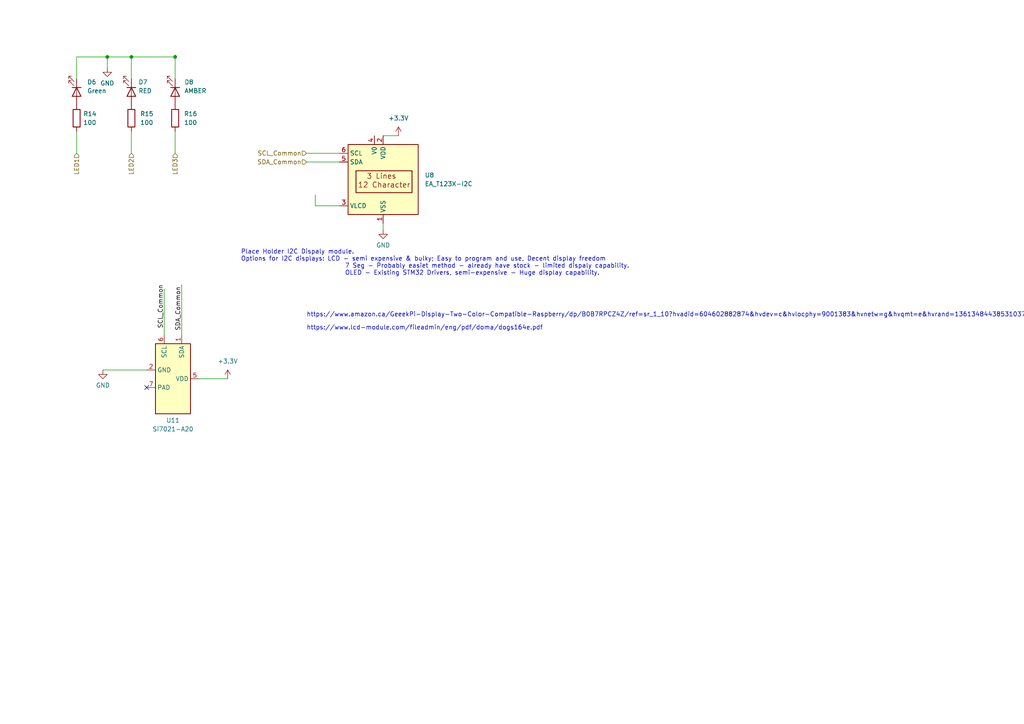
<source format=kicad_sch>
(kicad_sch (version 20230121) (generator eeschema)
  (paper "A4")
  (lib_symbols
    (symbol "Device:LED" (pin_numbers hide) (pin_names (offset 1.016) hide)
      (property "Reference" "D" (at 0 2.54 0))
      (property "Value" "LED" (at 0 -2.54 0))
      (symbol "LED_0_1"
        (polyline (pts (xy -1.27 -1.27) (xy -1.27 1.27)) (stroke (width 0.254)))
        (polyline (pts (xy -1.27 0) (xy 1.27 0)))
        (polyline (pts (xy 1.27 -1.27) (xy 1.27 1.27) (xy -1.27 0) (xy 1.27 -1.27)) (stroke (width 0.254)))
        (polyline (pts (xy -3.048 -0.762) (xy -4.572 -2.286) (xy -3.81 -2.286) (xy -4.572 -2.286) (xy -4.572 -1.524)))
        (polyline (pts (xy -1.778 -0.762) (xy -3.302 -2.286) (xy -2.54 -2.286) (xy -3.302 -2.286) (xy -3.302 -1.524)))
      )
      (symbol "LED_1_1"
        (pin passive line (at -3.81 0 0) (length 2.54) (name "K") (number "1"))
        (pin passive line (at 3.81 0 180) (length 2.54) (name "A") (number "2"))
      )
    )
    (symbol "Device:R" (pin_numbers hide) (pin_names (offset 0))
      (property "Reference" "R" (at 2.032 0 90))
      (property "Value" "R" (at 0 0 90))
      (symbol "R_0_1"
        (rectangle (start -1.016 -2.54) (end 1.016 2.54) (stroke (width 0.254)))
      )
      (symbol "R_1_1"
        (pin passive line (at 0 3.81 270) (length 1.27) (name "~") (number "1"))
        (pin passive line (at 0 -3.81 90) (length 1.27) (name "~") (number "2"))
      )
    )
    (symbol "Display_Character:EA_T123X-I2C"
      (property "Reference" "U" (at -8.89 11.43 0))
      (property "Value" "EA_T123X-I2C" (at 3.556 11.684 0))
      (symbol "EA_T123X-I2C_0_0"
        (rectangle (start -7.874 2.54) (end 8.382 -3.81) (stroke (width 0.254)))
        (text "12 Character" (at -7.366 -1.524 0) (effects (font (size 1.524 1.524)) (justify left)))
        (text "3 Lines" (at -4.826 1.016 0) (effects (font (size 1.524 1.524)) (justify left)))
      )
      (symbol "EA_T123X-I2C_0_1"
        (rectangle (start -10.16 10.16) (end 10.16 -10.16) (stroke (width 0.254)) (fill (type background)))
      )
      (symbol "EA_T123X-I2C_1_1"
        (pin power_in line (at 0 -12.7 90) (length 2.54) (name "VSS") (number "1"))
        (pin power_in line (at 0 12.7 270) (length 2.54) (name "VDD") (number "2"))
        (pin input line (at -12.7 -7.62 0) (length 2.54) (name "VLCD") (number "3"))
        (pin power_in line (at -2.54 12.7 270) (length 2.54) (name "V0") (number "4"))
        (pin bidirectional line (at -12.7 5.08 0) (length 2.54) (name "SDA") (number "5"))
        (pin input line (at -12.7 7.62 0) (length 2.54) (name "SCL") (number "6"))
      )
    )
    (symbol "Sensor_Humidity:Si7021-A20"
      (property "Reference" "U" (at -5.08 7.62 0))
      (property "Value" "Si7021-A20" (at -10.16 10.16 0))
      (symbol "Si7021-A20_0_1"
        (rectangle (start -10.16 5.08) (end 10.16 -5.08) (stroke (width 0.254)) (fill (type background)))
      )
      (symbol "Si7021-A20_1_1"
        (pin bidirectional line (at -12.7 2.54 0) (length 2.54) (name "SDA") (number "1"))
        (pin power_in line (at -2.54 -7.62 90) (length 2.54) (name "GND") (number "2"))
        (pin no_connect line (at 10.16 2.54 180) (length 2.54) hide (name "NC") (number "3"))
        (pin no_connect line (at 10.16 -2.54 180) (length 2.54) hide (name "NC") (number "4"))
        (pin power_in line (at 0 7.62 270) (length 2.54) (name "VDD") (number "5"))
        (pin input line (at -12.7 -2.54 0) (length 2.54) (name "SCL") (number "6"))
        (pin passive line (at 2.54 -7.62 90) (length 2.54) (name "PAD") (number "7"))
      )
    )
    (symbol "power:+3.3V" (power) (pin_names (offset 0))
      (property "Value" "+3.3V" (at 0 3.556 0))
      (symbol "+3.3V_0_1"
        (polyline (pts (xy -0.762 1.27) (xy 0 2.54)))
        (polyline (pts (xy 0 0) (xy 0 2.54)))
        (polyline (pts (xy 0 2.54) (xy 0.762 1.27)))
      )
      (symbol "+3.3V_1_1"
        (pin power_in line (at 0 0 90) (length 0) hide (name "+3.3V") (number "1"))
      )
    )
    (symbol "power:GND" (power) (pin_names (offset 0))
      (property "Value" "GND" (at 0 -3.81 0))
      (symbol "GND_0_1"
        (polyline (pts (xy 0 0) (xy 0 -1.27) (xy 1.27 -1.27) (xy 0 -2.54) (xy -1.27 -1.27) (xy 0 -1.27)))
      )
      (symbol "GND_1_1"
        (pin power_in line (at 0 0 270) (length 0) hide (name "GND") (number "1"))
      )
    )
  )
  (junction (at 31.115 16.51))
  (junction (at 50.8 16.51))
  (junction (at 38.1 16.51))
  (no_connect (at 42.545 112.395))
  (wire (pts (xy 111.125 64.77) (xy 111.125 66.675)))
  (wire (pts (xy 29.845 107.315) (xy 42.545 107.315)))
  (wire (pts (xy 88.9 44.45) (xy 98.425 44.45)))
  (wire (pts (xy 52.705 82.55) (xy 52.705 97.155)))
  (wire (pts (xy 47.625 83.82) (xy 47.625 97.155)))
  (wire (pts (xy 31.115 16.51) (xy 31.115 19.685)))
  (wire (pts (xy 31.115 16.51) (xy 38.1 16.51)))
  (wire (pts (xy 22.225 16.51) (xy 22.225 22.86)))
  (wire (pts (xy 22.225 38.1) (xy 22.225 44.45)))
  (wire (pts (xy 57.785 109.855) (xy 66.04 109.855)))
  (wire (pts (xy 88.9 46.99) (xy 98.425 46.99)))
  (wire (pts (xy 91.44 56.515) (xy 91.44 59.69)))
  (wire (pts (xy 111.125 39.37) (xy 115.57 39.37)))
  (wire (pts (xy 38.1 38.1) (xy 38.1 44.45)))
  (wire (pts (xy 50.8 15.875) (xy 50.8 16.51)))
  (wire (pts (xy 50.8 38.1) (xy 50.8 44.45)))
  (wire (pts (xy 38.1 16.51) (xy 38.1 22.86)))
  (wire (pts (xy 98.425 59.69) (xy 91.44 59.69)))
  (wire (pts (xy 38.1 16.51) (xy 50.8 16.51)))
  (wire (pts (xy 50.8 16.51) (xy 50.8 22.86)))
  (wire (pts (xy 22.225 16.51) (xy 31.115 16.51)))
  (text "Place Holder I2C Dispaly module.\nOptions for I2C displays: LCD - semi expensive & bulky; Easy to program and use, Decent display freedom\n						7 Seg - Probably easiet method - already have stock - limited dispaly capability.\n						OLED - Existing STM32 Drivers, semi-expensive - Huge display capability." (at 69.85 80.01 0) (effects (font (size 1.27 1.27)) (justify left bottom)))
  (text "https://www.lcd-module.com/fileadmin/eng/pdf/doma/dogs164e.pdf" (at 88.9 95.885 0) (effects (font (size 1.27 1.27)) (justify left bottom)))
  (text "https://www.amazon.ca/GeeekPi-Display-Two-Color-Compatible-Raspberry/dp/B0B7RPCZ4Z/ref=sr_1_10?hvadid=604602882874&hvdev=c&hvlocphy=9001383&hvnetw=g&hvqmt=e&hvrand=1361348443853103793&hvtargid=kwd-298923025431&hydadcr=1498_13517094&keywords=i2c+display&qid=1697308350&sr=8-10\n" (at 88.9 92.075 0) (effects (font (size 1.27 1.27)) (justify left bottom)))
  (label "SCL_Common" (at 47.625 95.25 90))
  (label "SDA_Common" (at 52.705 95.885 90))
  (hierarchical_label "SDA_Common" (shape input) (at 88.9 46.99 180))
  (hierarchical_label "LED1" (shape input) (at 22.225 44.45 270))
  (hierarchical_label "SCL_Common" (shape input) (at 88.9 44.45 180))
  (hierarchical_label "LED2" (shape input) (at 38.1 44.45 270))
  (hierarchical_label "LED3" (shape input) (at 50.8 44.45 270))
  (symbol (lib_id "Device:LED") (at 38.1 26.67 270) (unit 1)
    (property "Reference" "D7" (at 40.132 23.8125 90) (effects (justify left)))
    (property "Value" "RED" (at 40.132 26.3525 90) (effects (justify left)))
  )
  (symbol (lib_id "power:GND") (at 29.845 107.315 0) (unit 1)
    (property "Reference" "#PWR037" (effects hide))
    (property "Value" "GND" (at 29.845 111.76 0))
  )
  (symbol (lib_id "power:+3.3V") (at 66.04 109.855 0) (unit 1)
    (property "Reference" "#PWR038" (effects hide))
    (property "Value" "+3.3V" (at 66.04 104.775 0))
  )
  (symbol (lib_id "Device:R") (at 38.1 34.29 0) (unit 1)
    (property "Reference" "R15" (at 40.64 33.02 0) (effects (justify left)))
    (property "Value" "100" (at 40.64 35.56 0) (effects (justify left)))
  )
  (symbol (lib_id "Sensor_Humidity:Si7021-A20") (at 50.165 109.855 270) (unit 1)
    (property "Reference" "U11" (at 50.165 121.92 90))
    (property "Value" "Si7021-A20" (at 50.165 124.46 90))
    (property "Footprint" "Connector_PinSocket_2.54mm:PinSocket_1x03_P2.54mm_Vertical" (effects hide))
    (property "Datasheet" "https://www.silabs.com/documents/public/data-sheets/Si7021-A20.pdf" (effects hide))
  )
  (symbol (lib_id "Device:LED") (at 22.225 26.67 270) (unit 1)
    (property "Reference" "D6" (at 25.273 23.8125 90) (effects (justify left)))
    (property "Value" "Green" (at 25.273 26.3525 90) (effects (justify left)))
  )
  (symbol (lib_id "Device:R") (at 50.8 34.29 0) (unit 1)
    (property "Reference" "R16" (at 53.34 33.02 0) (effects (justify left)))
    (property "Value" "100" (at 53.34 35.56 0) (effects (justify left)))
  )
  (symbol (lib_id "Display_Character:EA_T123X-I2C") (at 111.125 52.07 0) (unit 1)
    (property "Reference" "U8" (at 123.19 50.8 0) (effects (justify left)))
    (property "Value" "EA_T123X-I2C" (at 123.19 53.34 0) (effects (justify left)))
    (property "Footprint" "Display:EA_T123X-I2C" (effects hide))
    (property "Datasheet" "http://www.lcd-module.de/pdf/doma/t123-i2c.pdf" (effects hide))
  )
  (symbol (lib_id "power:GND") (at 111.125 66.675 0) (unit 1)
    (property "Reference" "#PWR052" (effects hide))
    (property "Value" "GND" (at 111.125 71.12 0))
  )
  (symbol (lib_id "Device:LED") (at 50.8 26.67 270) (unit 1)
    (property "Reference" "D8" (at 53.467 23.8125 90) (effects (justify left)))
    (property "Value" "AMBER" (at 53.467 26.3525 90) (effects (justify left)))
  )
  (symbol (lib_id "power:GND") (at 31.115 19.685 0) (unit 1)
    (property "Reference" "#PWR053" (effects hide))
    (property "Value" "GND" (at 31.115 24.13 0))
  )
  (symbol (lib_id "power:+3.3V") (at 115.57 39.37 0) (unit 1)
    (property "Reference" "#PWR051" (effects hide))
    (property "Value" "+3.3V" (at 115.57 34.29 0))
  )
  (symbol (lib_id "Device:R") (at 22.225 34.29 0) (unit 1)
    (property "Reference" "R14" (at 24.13 33.02 0) (effects (justify left)))
    (property "Value" "100" (at 24.13 35.56 0) (effects (justify left)))
  )
)
</source>
